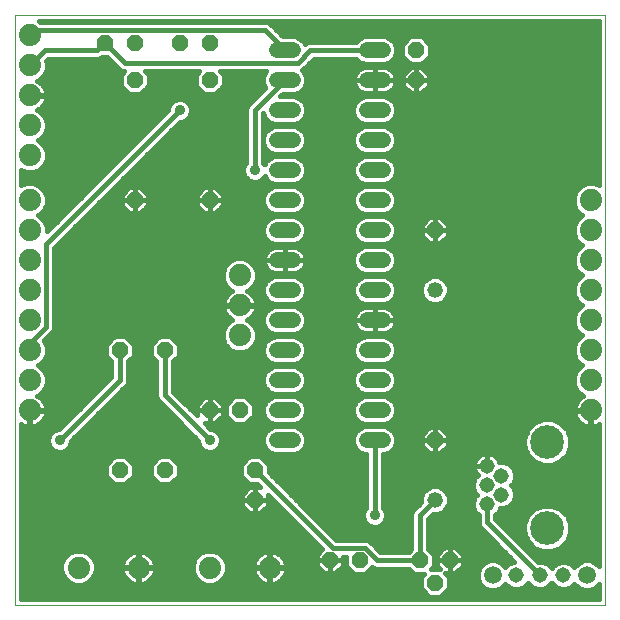
<source format=gbl>
G75*
%MOIN*%
%OFA0B0*%
%FSLAX25Y25*%
%IPPOS*%
%LPD*%
%AMOC8*
5,1,8,0,0,1.08239X$1,22.5*
%
%ADD10C,0.00000*%
%ADD11OC8,0.05200*%
%ADD12C,0.05200*%
%ADD13C,0.07400*%
%ADD14C,0.05150*%
%ADD15C,0.11220*%
%ADD16C,0.05937*%
%ADD17C,0.05200*%
%ADD18C,0.01600*%
%ADD19C,0.03562*%
D10*
X0006800Y0007548D02*
X0006800Y0204398D01*
X0203650Y0204398D01*
X0203650Y0007548D01*
X0006800Y0007548D01*
D11*
X0041800Y0052548D03*
X0056800Y0052548D03*
X0071800Y0072548D03*
X0081800Y0072548D03*
X0086800Y0052548D03*
X0086800Y0042548D03*
X0111800Y0022548D03*
X0121800Y0022548D03*
X0141800Y0022548D03*
X0146800Y0015048D03*
X0151800Y0022548D03*
X0146800Y0062548D03*
X0146800Y0132548D03*
X0140550Y0182548D03*
X0140550Y0192548D03*
X0071800Y0195048D03*
X0061800Y0195048D03*
X0071800Y0182548D03*
X0046800Y0182548D03*
X0046800Y0195048D03*
X0036800Y0195048D03*
X0046800Y0142548D03*
X0071800Y0142548D03*
X0056800Y0092548D03*
X0041800Y0092548D03*
D12*
X0094200Y0092548D02*
X0099400Y0092548D01*
X0099400Y0102548D02*
X0094200Y0102548D01*
X0094200Y0112548D02*
X0099400Y0112548D01*
X0099400Y0122548D02*
X0094200Y0122548D01*
X0094200Y0132548D02*
X0099400Y0132548D01*
X0099400Y0142548D02*
X0094200Y0142548D01*
X0094200Y0152548D02*
X0099400Y0152548D01*
X0099400Y0162548D02*
X0094200Y0162548D01*
X0094200Y0172548D02*
X0099400Y0172548D01*
X0099400Y0182548D02*
X0094200Y0182548D01*
X0094200Y0192548D02*
X0099400Y0192548D01*
X0124200Y0192548D02*
X0129400Y0192548D01*
X0129400Y0182548D02*
X0124200Y0182548D01*
X0124200Y0172548D02*
X0129400Y0172548D01*
X0129400Y0162548D02*
X0124200Y0162548D01*
X0124200Y0152548D02*
X0129400Y0152548D01*
X0129400Y0142548D02*
X0124200Y0142548D01*
X0124200Y0132548D02*
X0129400Y0132548D01*
X0129400Y0122548D02*
X0124200Y0122548D01*
X0124200Y0112548D02*
X0129400Y0112548D01*
X0129400Y0102548D02*
X0124200Y0102548D01*
X0124200Y0092548D02*
X0129400Y0092548D01*
X0129400Y0082548D02*
X0124200Y0082548D01*
X0124200Y0072548D02*
X0129400Y0072548D01*
X0129400Y0062548D02*
X0124200Y0062548D01*
X0099400Y0062548D02*
X0094200Y0062548D01*
X0094200Y0072548D02*
X0099400Y0072548D01*
X0099400Y0082548D02*
X0094200Y0082548D01*
D13*
X0081800Y0097548D03*
X0081800Y0107548D03*
X0081800Y0117548D03*
X0011800Y0112548D03*
X0011800Y0102548D03*
X0011800Y0092548D03*
X0011800Y0082548D03*
X0011800Y0072548D03*
X0011800Y0122548D03*
X0011800Y0132548D03*
X0011800Y0142548D03*
X0011800Y0157548D03*
X0011800Y0167548D03*
X0011800Y0177548D03*
X0011800Y0187548D03*
X0011800Y0197548D03*
X0028050Y0020048D03*
X0048050Y0020048D03*
X0071800Y0020048D03*
X0091800Y0020048D03*
X0198800Y0072548D03*
X0198800Y0082548D03*
X0198800Y0092548D03*
X0198800Y0102548D03*
X0198800Y0112548D03*
X0198800Y0122548D03*
X0198800Y0132548D03*
X0198800Y0142548D03*
D14*
X0164221Y0053847D03*
X0168946Y0050698D03*
X0164221Y0047548D03*
X0168946Y0044398D03*
X0164221Y0041249D03*
X0173926Y0017548D03*
X0181800Y0017548D03*
X0189674Y0017548D03*
D15*
X0184300Y0033178D03*
X0184300Y0061918D03*
D16*
X0197548Y0017548D03*
X0166052Y0017548D03*
D17*
X0146800Y0042548D03*
X0146800Y0112548D03*
D18*
X0148454Y0108254D02*
X0195033Y0108254D01*
X0195571Y0107716D02*
X0195976Y0107548D01*
X0195571Y0107380D01*
X0193968Y0105777D01*
X0193100Y0103682D01*
X0193100Y0101414D01*
X0193968Y0099319D01*
X0195571Y0097716D01*
X0195976Y0097548D01*
X0195571Y0097380D01*
X0193968Y0095777D01*
X0193100Y0093682D01*
X0193100Y0091414D01*
X0193968Y0089319D01*
X0195571Y0087716D01*
X0195976Y0087548D01*
X0195571Y0087380D01*
X0193968Y0085777D01*
X0193100Y0083682D01*
X0193100Y0081414D01*
X0193968Y0079319D01*
X0195571Y0077716D01*
X0196264Y0077429D01*
X0195917Y0077252D01*
X0195217Y0076743D01*
X0194605Y0076131D01*
X0194096Y0075431D01*
X0193703Y0074659D01*
X0193435Y0073836D01*
X0193300Y0072981D01*
X0193300Y0072748D01*
X0198600Y0072748D01*
X0198600Y0072348D01*
X0199000Y0072348D01*
X0199000Y0067048D01*
X0199233Y0067048D01*
X0200088Y0067183D01*
X0200911Y0067451D01*
X0201650Y0067828D01*
X0201650Y0020472D01*
X0200362Y0021760D01*
X0198536Y0022517D01*
X0196560Y0022517D01*
X0194734Y0021760D01*
X0193336Y0020362D01*
X0193334Y0020358D01*
X0192265Y0021426D01*
X0190584Y0022123D01*
X0188764Y0022123D01*
X0187083Y0021426D01*
X0185796Y0020139D01*
X0185737Y0019998D01*
X0185678Y0020139D01*
X0184391Y0021426D01*
X0182710Y0022123D01*
X0181185Y0022123D01*
X0167021Y0036287D01*
X0167021Y0037579D01*
X0168100Y0038657D01*
X0168583Y0039824D01*
X0169856Y0039824D01*
X0171537Y0040520D01*
X0172824Y0041807D01*
X0173520Y0043488D01*
X0173520Y0045308D01*
X0172824Y0046990D01*
X0172266Y0047548D01*
X0172824Y0048106D01*
X0173520Y0049788D01*
X0173520Y0051608D01*
X0172824Y0053289D01*
X0171537Y0054576D01*
X0169856Y0055272D01*
X0168358Y0055272D01*
X0168276Y0055527D01*
X0167963Y0056140D01*
X0167558Y0056697D01*
X0167071Y0057184D01*
X0166514Y0057589D01*
X0165901Y0057902D01*
X0165246Y0058114D01*
X0164566Y0058222D01*
X0164221Y0058222D01*
X0163877Y0058222D01*
X0163197Y0058114D01*
X0162542Y0057902D01*
X0161928Y0057589D01*
X0161371Y0057184D01*
X0160884Y0056697D01*
X0160480Y0056140D01*
X0160167Y0055527D01*
X0159954Y0054872D01*
X0159846Y0054192D01*
X0159846Y0053847D01*
X0159846Y0053503D01*
X0159954Y0052823D01*
X0160167Y0052168D01*
X0160480Y0051554D01*
X0160884Y0050997D01*
X0161043Y0050839D01*
X0160343Y0050139D01*
X0159646Y0048458D01*
X0159646Y0046638D01*
X0160343Y0044957D01*
X0160901Y0044398D01*
X0160343Y0043840D01*
X0159646Y0042159D01*
X0159646Y0040339D01*
X0160343Y0038657D01*
X0161421Y0037579D01*
X0161421Y0034570D01*
X0161848Y0033541D01*
X0173265Y0022123D01*
X0173016Y0022123D01*
X0171335Y0021426D01*
X0170266Y0020358D01*
X0170264Y0020362D01*
X0168866Y0021760D01*
X0167040Y0022517D01*
X0165064Y0022517D01*
X0163238Y0021760D01*
X0161840Y0020362D01*
X0161083Y0018536D01*
X0161083Y0016560D01*
X0161840Y0014734D01*
X0163238Y0013336D01*
X0165064Y0012580D01*
X0167040Y0012580D01*
X0168866Y0013336D01*
X0170264Y0014734D01*
X0170266Y0014738D01*
X0171335Y0013670D01*
X0173016Y0012973D01*
X0174836Y0012973D01*
X0176517Y0013670D01*
X0177804Y0014957D01*
X0177863Y0015098D01*
X0177922Y0014957D01*
X0179209Y0013670D01*
X0180890Y0012973D01*
X0182710Y0012973D01*
X0184391Y0013670D01*
X0185678Y0014957D01*
X0185737Y0015098D01*
X0185796Y0014957D01*
X0187083Y0013670D01*
X0188764Y0012973D01*
X0190584Y0012973D01*
X0192265Y0013670D01*
X0193334Y0014738D01*
X0193336Y0014734D01*
X0194734Y0013336D01*
X0196560Y0012580D01*
X0198536Y0012580D01*
X0200362Y0013336D01*
X0201650Y0014624D01*
X0201650Y0009548D01*
X0008800Y0009548D01*
X0008800Y0067929D01*
X0008917Y0067844D01*
X0009689Y0067451D01*
X0010512Y0067183D01*
X0011367Y0067048D01*
X0011600Y0067048D01*
X0011600Y0072348D01*
X0012000Y0072348D01*
X0012000Y0067048D01*
X0012233Y0067048D01*
X0013088Y0067183D01*
X0013911Y0067451D01*
X0014683Y0067844D01*
X0015383Y0068353D01*
X0015995Y0068965D01*
X0016504Y0069665D01*
X0016897Y0070437D01*
X0017165Y0071260D01*
X0017300Y0072115D01*
X0017300Y0072348D01*
X0012000Y0072348D01*
X0012000Y0072748D01*
X0017300Y0072748D01*
X0017300Y0072981D01*
X0017165Y0073836D01*
X0016897Y0074659D01*
X0016504Y0075431D01*
X0015995Y0076131D01*
X0015383Y0076743D01*
X0014683Y0077252D01*
X0014336Y0077429D01*
X0015029Y0077716D01*
X0016632Y0079319D01*
X0017500Y0081414D01*
X0017500Y0083682D01*
X0016632Y0085777D01*
X0015029Y0087380D01*
X0014624Y0087548D01*
X0015029Y0087716D01*
X0016632Y0089319D01*
X0017500Y0091414D01*
X0017500Y0093682D01*
X0016632Y0095777D01*
X0016558Y0095851D01*
X0018686Y0097979D01*
X0019474Y0098767D01*
X0019900Y0099796D01*
X0019900Y0126688D01*
X0061979Y0168767D01*
X0062552Y0168767D01*
X0063942Y0169343D01*
X0065005Y0170406D01*
X0065581Y0171796D01*
X0065581Y0173300D01*
X0065005Y0174690D01*
X0063942Y0175753D01*
X0062552Y0176329D01*
X0061048Y0176329D01*
X0059658Y0175753D01*
X0058595Y0174690D01*
X0058019Y0173300D01*
X0058019Y0172727D01*
X0017500Y0132208D01*
X0017500Y0133682D01*
X0016632Y0135777D01*
X0015029Y0137380D01*
X0014624Y0137548D01*
X0015029Y0137716D01*
X0016632Y0139319D01*
X0017500Y0141414D01*
X0017500Y0143682D01*
X0016632Y0145777D01*
X0015029Y0147380D01*
X0012934Y0148248D01*
X0010666Y0148248D01*
X0008800Y0147475D01*
X0008800Y0152621D01*
X0010666Y0151848D01*
X0012934Y0151848D01*
X0015029Y0152716D01*
X0016632Y0154319D01*
X0017500Y0156414D01*
X0017500Y0158682D01*
X0016632Y0160777D01*
X0015029Y0162380D01*
X0014624Y0162548D01*
X0015029Y0162716D01*
X0016632Y0164319D01*
X0017500Y0166414D01*
X0017500Y0168682D01*
X0016632Y0170777D01*
X0015029Y0172380D01*
X0014336Y0172667D01*
X0014683Y0172844D01*
X0015383Y0173353D01*
X0015995Y0173965D01*
X0016504Y0174665D01*
X0016897Y0175437D01*
X0017165Y0176260D01*
X0017300Y0177115D01*
X0017300Y0177348D01*
X0012000Y0177348D01*
X0012000Y0177748D01*
X0017300Y0177748D01*
X0017300Y0177981D01*
X0017165Y0178836D01*
X0016897Y0179659D01*
X0016504Y0180431D01*
X0015995Y0181131D01*
X0015383Y0181743D01*
X0014683Y0182252D01*
X0014336Y0182429D01*
X0015029Y0182716D01*
X0016632Y0184319D01*
X0017500Y0186414D01*
X0017500Y0188682D01*
X0017322Y0189111D01*
X0017960Y0189748D01*
X0034857Y0189748D01*
X0035886Y0190174D01*
X0036160Y0190448D01*
X0037440Y0190448D01*
X0041914Y0185974D01*
X0042943Y0185548D01*
X0043295Y0185548D01*
X0042200Y0184453D01*
X0042200Y0180643D01*
X0044895Y0177948D01*
X0048705Y0177948D01*
X0051400Y0180643D01*
X0051400Y0184453D01*
X0050305Y0185548D01*
X0068295Y0185548D01*
X0067200Y0184453D01*
X0067200Y0180643D01*
X0069895Y0177948D01*
X0073705Y0177948D01*
X0076400Y0180643D01*
X0076400Y0184453D01*
X0075305Y0185548D01*
X0090695Y0185548D01*
X0090300Y0185154D01*
X0089600Y0183463D01*
X0089600Y0181633D01*
X0090281Y0179989D01*
X0085214Y0174922D01*
X0084426Y0174134D01*
X0084000Y0173105D01*
X0084000Y0155095D01*
X0083595Y0154690D01*
X0083019Y0153300D01*
X0083019Y0151796D01*
X0083595Y0150406D01*
X0084658Y0149343D01*
X0086048Y0148767D01*
X0087552Y0148767D01*
X0088942Y0149343D01*
X0090005Y0150406D01*
X0090057Y0150530D01*
X0090300Y0149942D01*
X0091594Y0148648D01*
X0093285Y0147948D01*
X0100315Y0147948D01*
X0102006Y0148648D01*
X0103300Y0149942D01*
X0104000Y0151633D01*
X0104000Y0153463D01*
X0103300Y0155154D01*
X0102006Y0156448D01*
X0100315Y0157148D01*
X0093285Y0157148D01*
X0091594Y0156448D01*
X0090300Y0155154D01*
X0090057Y0154566D01*
X0090005Y0154690D01*
X0089600Y0155095D01*
X0089600Y0171388D01*
X0089672Y0171460D01*
X0090300Y0169942D01*
X0091594Y0168648D01*
X0093285Y0167948D01*
X0100315Y0167948D01*
X0102006Y0168648D01*
X0103300Y0169942D01*
X0104000Y0171633D01*
X0104000Y0173463D01*
X0103300Y0175154D01*
X0102006Y0176448D01*
X0100315Y0177148D01*
X0095360Y0177148D01*
X0096160Y0177948D01*
X0100315Y0177948D01*
X0102006Y0178648D01*
X0103300Y0179942D01*
X0104000Y0181633D01*
X0104000Y0183463D01*
X0103300Y0185154D01*
X0102551Y0185902D01*
X0102726Y0185974D01*
X0103513Y0186762D01*
X0106500Y0189748D01*
X0120495Y0189748D01*
X0121594Y0188648D01*
X0123285Y0187948D01*
X0130315Y0187948D01*
X0132006Y0188648D01*
X0133300Y0189942D01*
X0134000Y0191633D01*
X0134000Y0193463D01*
X0133300Y0195154D01*
X0132006Y0196448D01*
X0130315Y0197148D01*
X0123285Y0197148D01*
X0121594Y0196448D01*
X0120495Y0195348D01*
X0104783Y0195348D01*
X0103754Y0194922D01*
X0103501Y0194669D01*
X0103300Y0195154D01*
X0102006Y0196448D01*
X0100315Y0197148D01*
X0096160Y0197148D01*
X0092474Y0200834D01*
X0091686Y0201622D01*
X0090657Y0202048D01*
X0015361Y0202048D01*
X0015029Y0202380D01*
X0014985Y0202398D01*
X0201650Y0202398D01*
X0201650Y0147537D01*
X0199934Y0148248D01*
X0197666Y0148248D01*
X0195571Y0147380D01*
X0193968Y0145777D01*
X0193100Y0143682D01*
X0193100Y0141414D01*
X0193968Y0139319D01*
X0195571Y0137716D01*
X0195976Y0137548D01*
X0195571Y0137380D01*
X0193968Y0135777D01*
X0193100Y0133682D01*
X0193100Y0131414D01*
X0193968Y0129319D01*
X0195571Y0127716D01*
X0195976Y0127548D01*
X0195571Y0127380D01*
X0193968Y0125777D01*
X0193100Y0123682D01*
X0193100Y0121414D01*
X0193968Y0119319D01*
X0195571Y0117716D01*
X0195976Y0117548D01*
X0195571Y0117380D01*
X0193968Y0115777D01*
X0193100Y0113682D01*
X0193100Y0111414D01*
X0193968Y0109319D01*
X0195571Y0107716D01*
X0194847Y0106656D02*
X0130996Y0106656D01*
X0131089Y0106626D02*
X0130430Y0106840D01*
X0129746Y0106948D01*
X0126800Y0106948D01*
X0126800Y0102548D01*
X0126800Y0098148D01*
X0129746Y0098148D01*
X0130430Y0098256D01*
X0131089Y0098470D01*
X0131706Y0098785D01*
X0132266Y0099192D01*
X0132756Y0099682D01*
X0133163Y0100242D01*
X0133478Y0100859D01*
X0133692Y0101518D01*
X0133800Y0102202D01*
X0133800Y0102548D01*
X0126800Y0102548D01*
X0126800Y0102548D01*
X0126800Y0098148D01*
X0123854Y0098148D01*
X0123170Y0098256D01*
X0122511Y0098470D01*
X0121894Y0098785D01*
X0121334Y0099192D01*
X0120844Y0099682D01*
X0120437Y0100242D01*
X0120122Y0100859D01*
X0119908Y0101518D01*
X0119800Y0102202D01*
X0119800Y0102548D01*
X0126800Y0102548D01*
X0126800Y0102548D01*
X0126800Y0102548D01*
X0133800Y0102548D01*
X0133800Y0102894D01*
X0133692Y0103578D01*
X0133478Y0104237D01*
X0133163Y0104854D01*
X0132756Y0105414D01*
X0132266Y0105904D01*
X0131706Y0106311D01*
X0131089Y0106626D01*
X0130315Y0107948D02*
X0132006Y0108648D01*
X0133300Y0109942D01*
X0134000Y0111633D01*
X0134000Y0113463D01*
X0133300Y0115154D01*
X0132006Y0116448D01*
X0130315Y0117148D01*
X0123285Y0117148D01*
X0121594Y0116448D01*
X0120300Y0115154D01*
X0119600Y0113463D01*
X0119600Y0111633D01*
X0120300Y0109942D01*
X0121594Y0108648D01*
X0123285Y0107948D01*
X0130315Y0107948D01*
X0131054Y0108254D02*
X0145146Y0108254D01*
X0145885Y0107948D02*
X0144194Y0108648D01*
X0142900Y0109942D01*
X0142200Y0111633D01*
X0142200Y0113463D01*
X0142900Y0115154D01*
X0144194Y0116448D01*
X0145885Y0117148D01*
X0147715Y0117148D01*
X0149406Y0116448D01*
X0150700Y0115154D01*
X0151400Y0113463D01*
X0151400Y0111633D01*
X0150700Y0109942D01*
X0149406Y0108648D01*
X0147715Y0107948D01*
X0145885Y0107948D01*
X0142990Y0109853D02*
X0133210Y0109853D01*
X0133925Y0111451D02*
X0142275Y0111451D01*
X0142200Y0113050D02*
X0134000Y0113050D01*
X0133509Y0114648D02*
X0142691Y0114648D01*
X0143993Y0116247D02*
X0132207Y0116247D01*
X0132006Y0118648D02*
X0133300Y0119942D01*
X0134000Y0121633D01*
X0134000Y0123463D01*
X0133300Y0125154D01*
X0132006Y0126448D01*
X0130315Y0127148D01*
X0123285Y0127148D01*
X0121594Y0126448D01*
X0120300Y0125154D01*
X0119600Y0123463D01*
X0119600Y0121633D01*
X0120300Y0119942D01*
X0121594Y0118648D01*
X0123285Y0117948D01*
X0130315Y0117948D01*
X0132006Y0118648D01*
X0132801Y0119444D02*
X0193916Y0119444D01*
X0193254Y0121042D02*
X0133755Y0121042D01*
X0134000Y0122641D02*
X0193100Y0122641D01*
X0193331Y0124239D02*
X0133678Y0124239D01*
X0132616Y0125838D02*
X0194029Y0125838D01*
X0195707Y0127436D02*
X0020648Y0127436D01*
X0019900Y0125838D02*
X0091267Y0125838D01*
X0091334Y0125904D02*
X0090844Y0125414D01*
X0090437Y0124854D01*
X0090122Y0124237D01*
X0089908Y0123578D01*
X0089800Y0122894D01*
X0089800Y0122548D01*
X0089800Y0122202D01*
X0089908Y0121518D01*
X0090122Y0120859D01*
X0090437Y0120242D01*
X0090844Y0119682D01*
X0091334Y0119192D01*
X0091894Y0118785D01*
X0092511Y0118470D01*
X0093170Y0118256D01*
X0093854Y0118148D01*
X0096800Y0118148D01*
X0099746Y0118148D01*
X0100430Y0118256D01*
X0101089Y0118470D01*
X0101706Y0118785D01*
X0102266Y0119192D01*
X0102756Y0119682D01*
X0103163Y0120242D01*
X0103478Y0120859D01*
X0103692Y0121518D01*
X0103800Y0122202D01*
X0103800Y0122548D01*
X0096800Y0122548D01*
X0096800Y0118148D01*
X0096800Y0122548D01*
X0096800Y0122548D01*
X0096800Y0122548D01*
X0089800Y0122548D01*
X0096800Y0122548D01*
X0096800Y0122548D01*
X0103800Y0122548D01*
X0103800Y0122894D01*
X0103692Y0123578D01*
X0103478Y0124237D01*
X0103163Y0124854D01*
X0102756Y0125414D01*
X0102266Y0125904D01*
X0101706Y0126311D01*
X0101089Y0126626D01*
X0100430Y0126840D01*
X0099746Y0126948D01*
X0096800Y0126948D01*
X0096800Y0122548D01*
X0096800Y0122548D01*
X0096800Y0126948D01*
X0093854Y0126948D01*
X0093170Y0126840D01*
X0092511Y0126626D01*
X0091894Y0126311D01*
X0091334Y0125904D01*
X0090124Y0124239D02*
X0019900Y0124239D01*
X0019900Y0122641D02*
X0079200Y0122641D01*
X0078571Y0122380D02*
X0080666Y0123248D01*
X0082934Y0123248D01*
X0085029Y0122380D01*
X0086632Y0120777D01*
X0087500Y0118682D01*
X0087500Y0116414D01*
X0086632Y0114319D01*
X0085029Y0112716D01*
X0084336Y0112429D01*
X0084683Y0112252D01*
X0085383Y0111743D01*
X0085995Y0111131D01*
X0086504Y0110431D01*
X0086897Y0109659D01*
X0087165Y0108836D01*
X0087300Y0107981D01*
X0087300Y0107748D01*
X0082000Y0107748D01*
X0082000Y0107348D01*
X0087300Y0107348D01*
X0087300Y0107115D01*
X0087165Y0106260D01*
X0086897Y0105437D01*
X0086504Y0104665D01*
X0085995Y0103965D01*
X0085383Y0103353D01*
X0084683Y0102844D01*
X0084336Y0102667D01*
X0085029Y0102380D01*
X0086632Y0100777D01*
X0087500Y0098682D01*
X0087500Y0096414D01*
X0086632Y0094319D01*
X0085029Y0092716D01*
X0082934Y0091848D01*
X0080666Y0091848D01*
X0078571Y0092716D01*
X0076968Y0094319D01*
X0076100Y0096414D01*
X0076100Y0098682D01*
X0076968Y0100777D01*
X0078571Y0102380D01*
X0079264Y0102667D01*
X0078917Y0102844D01*
X0078217Y0103353D01*
X0077605Y0103965D01*
X0077096Y0104665D01*
X0076703Y0105437D01*
X0076435Y0106260D01*
X0076300Y0107115D01*
X0076300Y0107348D01*
X0081600Y0107348D01*
X0081600Y0107748D01*
X0076300Y0107748D01*
X0076300Y0107981D01*
X0076435Y0108836D01*
X0076703Y0109659D01*
X0077096Y0110431D01*
X0077605Y0111131D01*
X0078217Y0111743D01*
X0078917Y0112252D01*
X0079264Y0112429D01*
X0078571Y0112716D01*
X0076968Y0114319D01*
X0076100Y0116414D01*
X0076100Y0118682D01*
X0076968Y0120777D01*
X0078571Y0122380D01*
X0077233Y0121042D02*
X0019900Y0121042D01*
X0019900Y0119444D02*
X0076416Y0119444D01*
X0076100Y0117845D02*
X0019900Y0117845D01*
X0019900Y0116247D02*
X0076169Y0116247D01*
X0076831Y0114648D02*
X0019900Y0114648D01*
X0019900Y0113050D02*
X0078237Y0113050D01*
X0077925Y0111451D02*
X0019900Y0111451D01*
X0019900Y0109853D02*
X0076802Y0109853D01*
X0076343Y0108254D02*
X0019900Y0108254D01*
X0019900Y0106656D02*
X0076373Y0106656D01*
X0076896Y0105057D02*
X0019900Y0105057D01*
X0019900Y0103459D02*
X0078111Y0103459D01*
X0078051Y0101860D02*
X0019900Y0101860D01*
X0019900Y0100262D02*
X0076754Y0100262D01*
X0076100Y0098663D02*
X0019370Y0098663D01*
X0017772Y0097065D02*
X0039811Y0097065D01*
X0039895Y0097148D02*
X0037200Y0094453D01*
X0037200Y0090643D01*
X0039000Y0088843D01*
X0039000Y0083708D01*
X0021621Y0066329D01*
X0021048Y0066329D01*
X0019658Y0065753D01*
X0018595Y0064690D01*
X0018019Y0063300D01*
X0018019Y0061796D01*
X0018595Y0060406D01*
X0019658Y0059343D01*
X0021048Y0058767D01*
X0022552Y0058767D01*
X0023942Y0059343D01*
X0025005Y0060406D01*
X0025581Y0061796D01*
X0025581Y0062369D01*
X0043386Y0080174D01*
X0044174Y0080962D01*
X0044600Y0081991D01*
X0044600Y0088843D01*
X0046400Y0090643D01*
X0046400Y0094453D01*
X0043705Y0097148D01*
X0039895Y0097148D01*
X0038213Y0095466D02*
X0016761Y0095466D01*
X0017423Y0093868D02*
X0037200Y0093868D01*
X0037200Y0092269D02*
X0017500Y0092269D01*
X0017192Y0090671D02*
X0037200Y0090671D01*
X0038771Y0089072D02*
X0016385Y0089072D01*
X0014803Y0087474D02*
X0039000Y0087474D01*
X0039000Y0085875D02*
X0016534Y0085875D01*
X0017254Y0084277D02*
X0039000Y0084277D01*
X0037970Y0082678D02*
X0017500Y0082678D01*
X0017361Y0081080D02*
X0036372Y0081080D01*
X0034773Y0079481D02*
X0016699Y0079481D01*
X0015196Y0077883D02*
X0033175Y0077883D01*
X0031576Y0076284D02*
X0015842Y0076284D01*
X0016884Y0074686D02*
X0029978Y0074686D01*
X0028379Y0073087D02*
X0017283Y0073087D01*
X0017201Y0071488D02*
X0026781Y0071488D01*
X0025182Y0069890D02*
X0016618Y0069890D01*
X0015298Y0068291D02*
X0023584Y0068291D01*
X0021985Y0066693D02*
X0008800Y0066693D01*
X0008800Y0065094D02*
X0018999Y0065094D01*
X0018100Y0063496D02*
X0008800Y0063496D01*
X0008800Y0061897D02*
X0018019Y0061897D01*
X0018702Y0060299D02*
X0008800Y0060299D01*
X0008800Y0058700D02*
X0091542Y0058700D01*
X0091594Y0058648D02*
X0093285Y0057948D01*
X0100315Y0057948D01*
X0102006Y0058648D01*
X0103300Y0059942D01*
X0104000Y0061633D01*
X0104000Y0063463D01*
X0103300Y0065154D01*
X0102006Y0066448D01*
X0100315Y0067148D01*
X0093285Y0067148D01*
X0091594Y0066448D01*
X0090300Y0065154D01*
X0089600Y0063463D01*
X0089600Y0061633D01*
X0090300Y0059942D01*
X0091594Y0058648D01*
X0090153Y0060299D02*
X0074898Y0060299D01*
X0075005Y0060406D02*
X0075581Y0061796D01*
X0075581Y0063300D01*
X0075005Y0064690D01*
X0073942Y0065753D01*
X0072552Y0066329D01*
X0071979Y0066329D01*
X0070160Y0068148D01*
X0071800Y0068148D01*
X0073623Y0068148D01*
X0076200Y0070725D01*
X0076200Y0072548D01*
X0071800Y0072548D01*
X0071800Y0068148D01*
X0071800Y0072548D01*
X0071800Y0072548D01*
X0071800Y0072548D01*
X0067400Y0072548D01*
X0067400Y0070908D01*
X0059600Y0078708D01*
X0059600Y0088843D01*
X0061400Y0090643D01*
X0061400Y0094453D01*
X0058705Y0097148D01*
X0054895Y0097148D01*
X0052200Y0094453D01*
X0052200Y0090643D01*
X0054000Y0088843D01*
X0054000Y0076991D01*
X0054426Y0075962D01*
X0055214Y0075174D01*
X0068019Y0062369D01*
X0068019Y0061796D01*
X0068595Y0060406D01*
X0069658Y0059343D01*
X0071048Y0058767D01*
X0072552Y0058767D01*
X0073942Y0059343D01*
X0075005Y0060406D01*
X0075581Y0061897D02*
X0089600Y0061897D01*
X0089614Y0063496D02*
X0075500Y0063496D01*
X0074601Y0065094D02*
X0090276Y0065094D01*
X0092186Y0066693D02*
X0071615Y0066693D01*
X0071800Y0068291D02*
X0071800Y0068291D01*
X0071800Y0069890D02*
X0071800Y0069890D01*
X0071800Y0071488D02*
X0071800Y0071488D01*
X0071800Y0072548D02*
X0071800Y0072548D01*
X0076200Y0072548D01*
X0076200Y0074371D01*
X0073623Y0076948D01*
X0071800Y0076948D01*
X0071800Y0072548D01*
X0067400Y0072548D01*
X0067400Y0074371D01*
X0069977Y0076948D01*
X0071800Y0076948D01*
X0071800Y0072548D01*
X0071800Y0072548D01*
X0071800Y0073087D02*
X0071800Y0073087D01*
X0071800Y0074686D02*
X0071800Y0074686D01*
X0071800Y0076284D02*
X0071800Y0076284D01*
X0074287Y0076284D02*
X0079031Y0076284D01*
X0079895Y0077148D02*
X0077200Y0074453D01*
X0077200Y0070643D01*
X0079895Y0067948D01*
X0083705Y0067948D01*
X0086400Y0070643D01*
X0086400Y0074453D01*
X0083705Y0077148D01*
X0079895Y0077148D01*
X0077432Y0074686D02*
X0075885Y0074686D01*
X0076200Y0073087D02*
X0077200Y0073087D01*
X0077200Y0071488D02*
X0076200Y0071488D01*
X0075364Y0069890D02*
X0077953Y0069890D01*
X0079551Y0068291D02*
X0073766Y0068291D01*
X0071800Y0062548D02*
X0056800Y0077548D01*
X0056800Y0092548D01*
X0061400Y0092269D02*
X0079650Y0092269D01*
X0077419Y0093868D02*
X0061400Y0093868D01*
X0060387Y0095466D02*
X0076493Y0095466D01*
X0076100Y0097065D02*
X0058789Y0097065D01*
X0054811Y0097065D02*
X0043789Y0097065D01*
X0045387Y0095466D02*
X0053213Y0095466D01*
X0052200Y0093868D02*
X0046400Y0093868D01*
X0046400Y0092269D02*
X0052200Y0092269D01*
X0052200Y0090671D02*
X0046400Y0090671D01*
X0044829Y0089072D02*
X0053771Y0089072D01*
X0054000Y0087474D02*
X0044600Y0087474D01*
X0044600Y0085875D02*
X0054000Y0085875D01*
X0054000Y0084277D02*
X0044600Y0084277D01*
X0044600Y0082678D02*
X0054000Y0082678D01*
X0054000Y0081080D02*
X0044222Y0081080D01*
X0042693Y0079481D02*
X0054000Y0079481D01*
X0054000Y0077883D02*
X0041094Y0077883D01*
X0039496Y0076284D02*
X0054293Y0076284D01*
X0055703Y0074686D02*
X0037897Y0074686D01*
X0036299Y0073087D02*
X0057301Y0073087D01*
X0058900Y0071488D02*
X0034700Y0071488D01*
X0033102Y0069890D02*
X0060498Y0069890D01*
X0062097Y0068291D02*
X0031503Y0068291D01*
X0029905Y0066693D02*
X0063695Y0066693D01*
X0065294Y0065094D02*
X0028306Y0065094D01*
X0026708Y0063496D02*
X0066892Y0063496D01*
X0068019Y0061897D02*
X0025581Y0061897D01*
X0024898Y0060299D02*
X0068702Y0060299D01*
X0061400Y0054453D02*
X0061400Y0050643D01*
X0058705Y0047948D01*
X0054895Y0047948D01*
X0052200Y0050643D01*
X0052200Y0054453D01*
X0054895Y0057148D01*
X0058705Y0057148D01*
X0061400Y0054453D01*
X0061400Y0053905D02*
X0082200Y0053905D01*
X0082200Y0054453D02*
X0082200Y0050643D01*
X0084895Y0047948D01*
X0087440Y0047948D01*
X0088440Y0046948D01*
X0086800Y0046948D01*
X0086800Y0042548D01*
X0086800Y0038148D01*
X0088623Y0038148D01*
X0091200Y0040725D01*
X0091200Y0042548D01*
X0086800Y0042548D01*
X0086800Y0042548D01*
X0086800Y0042548D01*
X0086800Y0038148D01*
X0084977Y0038148D01*
X0082400Y0040725D01*
X0082400Y0042548D01*
X0086800Y0042548D01*
X0086800Y0042548D01*
X0091200Y0042548D01*
X0091200Y0044188D01*
X0109209Y0026179D01*
X0107400Y0024371D01*
X0107400Y0022548D01*
X0107400Y0020725D01*
X0109977Y0018148D01*
X0111800Y0018148D01*
X0113623Y0018148D01*
X0116200Y0020725D01*
X0116200Y0022548D01*
X0111800Y0022548D01*
X0111800Y0018148D01*
X0111800Y0022548D01*
X0111800Y0022548D01*
X0111800Y0022548D01*
X0107400Y0022548D01*
X0111800Y0022548D01*
X0111800Y0022548D01*
X0116200Y0022548D01*
X0116200Y0023748D01*
X0117200Y0023748D01*
X0117200Y0020643D01*
X0119895Y0017948D01*
X0123705Y0017948D01*
X0125914Y0020156D01*
X0126900Y0019748D01*
X0138095Y0019748D01*
X0139895Y0017948D01*
X0143195Y0017948D01*
X0142200Y0016953D01*
X0142200Y0013143D01*
X0144895Y0010448D01*
X0148705Y0010448D01*
X0151400Y0013143D01*
X0151400Y0016953D01*
X0150205Y0018148D01*
X0151800Y0018148D01*
X0153623Y0018148D01*
X0156200Y0020725D01*
X0156200Y0022548D01*
X0151800Y0022548D01*
X0151800Y0018148D01*
X0151800Y0022548D01*
X0151800Y0022548D01*
X0151800Y0022548D01*
X0147400Y0022548D01*
X0147400Y0020725D01*
X0148477Y0019648D01*
X0145405Y0019648D01*
X0146400Y0020643D01*
X0146400Y0024453D01*
X0144600Y0026253D01*
X0144600Y0036388D01*
X0146160Y0037948D01*
X0147715Y0037948D01*
X0149406Y0038648D01*
X0150700Y0039942D01*
X0151400Y0041633D01*
X0151400Y0043463D01*
X0150700Y0045154D01*
X0149406Y0046448D01*
X0147715Y0047148D01*
X0145885Y0047148D01*
X0144194Y0046448D01*
X0142900Y0045154D01*
X0142200Y0043463D01*
X0142200Y0041908D01*
X0139426Y0039134D01*
X0139000Y0038105D01*
X0139000Y0026253D01*
X0138095Y0025348D01*
X0128617Y0025348D01*
X0125831Y0028134D01*
X0125043Y0028922D01*
X0124014Y0029348D01*
X0113960Y0029348D01*
X0091400Y0051908D01*
X0091400Y0054453D01*
X0088705Y0057148D01*
X0084895Y0057148D01*
X0082200Y0054453D01*
X0083250Y0055503D02*
X0060350Y0055503D01*
X0058752Y0057102D02*
X0084848Y0057102D01*
X0088752Y0057102D02*
X0124000Y0057102D01*
X0124000Y0057948D02*
X0124000Y0040095D01*
X0123595Y0039690D01*
X0123019Y0038300D01*
X0123019Y0036796D01*
X0123595Y0035406D01*
X0124658Y0034343D01*
X0126048Y0033767D01*
X0127552Y0033767D01*
X0128942Y0034343D01*
X0130005Y0035406D01*
X0130581Y0036796D01*
X0130581Y0038300D01*
X0130005Y0039690D01*
X0129600Y0040095D01*
X0129600Y0057948D01*
X0130315Y0057948D01*
X0132006Y0058648D01*
X0133300Y0059942D01*
X0134000Y0061633D01*
X0134000Y0063463D01*
X0133300Y0065154D01*
X0132006Y0066448D01*
X0130315Y0067148D01*
X0123285Y0067148D01*
X0121594Y0066448D01*
X0120300Y0065154D01*
X0119600Y0063463D01*
X0119600Y0061633D01*
X0120300Y0059942D01*
X0121594Y0058648D01*
X0123285Y0057948D01*
X0124000Y0057948D01*
X0124000Y0055503D02*
X0090350Y0055503D01*
X0091400Y0053905D02*
X0124000Y0053905D01*
X0124000Y0052306D02*
X0091400Y0052306D01*
X0092600Y0050708D02*
X0124000Y0050708D01*
X0124000Y0049109D02*
X0094198Y0049109D01*
X0095797Y0047511D02*
X0124000Y0047511D01*
X0124000Y0045912D02*
X0097396Y0045912D01*
X0098994Y0044314D02*
X0124000Y0044314D01*
X0124000Y0042715D02*
X0100593Y0042715D01*
X0102191Y0041117D02*
X0124000Y0041117D01*
X0123523Y0039518D02*
X0103790Y0039518D01*
X0105388Y0037920D02*
X0123019Y0037920D01*
X0123216Y0036321D02*
X0106987Y0036321D01*
X0108585Y0034723D02*
X0124278Y0034723D01*
X0126800Y0037548D02*
X0126800Y0062548D01*
X0129600Y0057102D02*
X0161289Y0057102D01*
X0160159Y0055503D02*
X0129600Y0055503D01*
X0129600Y0053905D02*
X0159846Y0053905D01*
X0159846Y0053847D02*
X0164221Y0053847D01*
X0159846Y0053847D01*
X0160122Y0052306D02*
X0129600Y0052306D01*
X0129600Y0050708D02*
X0160911Y0050708D01*
X0159916Y0049109D02*
X0129600Y0049109D01*
X0129600Y0047511D02*
X0159646Y0047511D01*
X0159947Y0045912D02*
X0149941Y0045912D01*
X0151048Y0044314D02*
X0160816Y0044314D01*
X0159877Y0042715D02*
X0151400Y0042715D01*
X0151186Y0041117D02*
X0159646Y0041117D01*
X0159986Y0039518D02*
X0150276Y0039518D01*
X0146132Y0037920D02*
X0161081Y0037920D01*
X0161421Y0036321D02*
X0144600Y0036321D01*
X0144600Y0034723D02*
X0161421Y0034723D01*
X0162264Y0033124D02*
X0144600Y0033124D01*
X0144600Y0031526D02*
X0163863Y0031526D01*
X0165461Y0029927D02*
X0144600Y0029927D01*
X0144600Y0028329D02*
X0167060Y0028329D01*
X0168658Y0026730D02*
X0153840Y0026730D01*
X0153623Y0026948D02*
X0156200Y0024371D01*
X0156200Y0022548D01*
X0151800Y0022548D01*
X0151800Y0022548D01*
X0147400Y0022548D01*
X0147400Y0024371D01*
X0149977Y0026948D01*
X0151800Y0026948D01*
X0151800Y0022548D01*
X0151800Y0022548D01*
X0151800Y0026948D01*
X0153623Y0026948D01*
X0151800Y0026730D02*
X0151800Y0026730D01*
X0151800Y0025132D02*
X0151800Y0025132D01*
X0151800Y0023533D02*
X0151800Y0023533D01*
X0151800Y0021935D02*
X0151800Y0021935D01*
X0151800Y0020336D02*
X0151800Y0020336D01*
X0151800Y0018738D02*
X0151800Y0018738D01*
X0151214Y0017139D02*
X0161083Y0017139D01*
X0161167Y0018738D02*
X0154212Y0018738D01*
X0155811Y0020336D02*
X0161829Y0020336D01*
X0163659Y0021935D02*
X0156200Y0021935D01*
X0156200Y0023533D02*
X0171855Y0023533D01*
X0172562Y0021935D02*
X0168445Y0021935D01*
X0170257Y0025132D02*
X0155439Y0025132D01*
X0149760Y0026730D02*
X0144600Y0026730D01*
X0145722Y0025132D02*
X0148161Y0025132D01*
X0147400Y0023533D02*
X0146400Y0023533D01*
X0146400Y0021935D02*
X0147400Y0021935D01*
X0147789Y0020336D02*
X0146093Y0020336D01*
X0141800Y0022548D02*
X0127457Y0022548D01*
X0123457Y0026548D01*
X0112800Y0026548D01*
X0086800Y0052548D01*
X0082200Y0052306D02*
X0061400Y0052306D01*
X0061400Y0050708D02*
X0082200Y0050708D01*
X0083733Y0049109D02*
X0059867Y0049109D01*
X0053733Y0049109D02*
X0044867Y0049109D01*
X0043705Y0047948D02*
X0046400Y0050643D01*
X0046400Y0054453D01*
X0043705Y0057148D01*
X0039895Y0057148D01*
X0037200Y0054453D01*
X0037200Y0050643D01*
X0039895Y0047948D01*
X0043705Y0047948D01*
X0046400Y0050708D02*
X0052200Y0050708D01*
X0052200Y0052306D02*
X0046400Y0052306D01*
X0046400Y0053905D02*
X0052200Y0053905D01*
X0053250Y0055503D02*
X0045350Y0055503D01*
X0043752Y0057102D02*
X0054848Y0057102D01*
X0039848Y0057102D02*
X0008800Y0057102D01*
X0008800Y0055503D02*
X0038250Y0055503D01*
X0037200Y0053905D02*
X0008800Y0053905D01*
X0008800Y0052306D02*
X0037200Y0052306D01*
X0037200Y0050708D02*
X0008800Y0050708D01*
X0008800Y0049109D02*
X0038733Y0049109D01*
X0021800Y0062548D02*
X0041800Y0082548D01*
X0041800Y0092548D01*
X0059600Y0087474D02*
X0195797Y0087474D01*
X0194215Y0089072D02*
X0132429Y0089072D01*
X0132006Y0088648D02*
X0133300Y0089942D01*
X0134000Y0091633D01*
X0134000Y0093463D01*
X0133300Y0095154D01*
X0132006Y0096448D01*
X0130315Y0097148D01*
X0123285Y0097148D01*
X0121594Y0096448D01*
X0120300Y0095154D01*
X0119600Y0093463D01*
X0119600Y0091633D01*
X0120300Y0089942D01*
X0121594Y0088648D01*
X0123285Y0087948D01*
X0130315Y0087948D01*
X0132006Y0088648D01*
X0132006Y0086448D02*
X0130315Y0087148D01*
X0123285Y0087148D01*
X0121594Y0086448D01*
X0120300Y0085154D01*
X0119600Y0083463D01*
X0119600Y0081633D01*
X0120300Y0079942D01*
X0121594Y0078648D01*
X0123285Y0077948D01*
X0130315Y0077948D01*
X0132006Y0078648D01*
X0133300Y0079942D01*
X0134000Y0081633D01*
X0134000Y0083463D01*
X0133300Y0085154D01*
X0132006Y0086448D01*
X0132578Y0085875D02*
X0194066Y0085875D01*
X0193346Y0084277D02*
X0133663Y0084277D01*
X0134000Y0082678D02*
X0193100Y0082678D01*
X0193239Y0081080D02*
X0133771Y0081080D01*
X0132838Y0079481D02*
X0193901Y0079481D01*
X0195404Y0077883D02*
X0060425Y0077883D01*
X0059600Y0079481D02*
X0090762Y0079481D01*
X0090300Y0079942D02*
X0091594Y0078648D01*
X0093285Y0077948D01*
X0100315Y0077948D01*
X0102006Y0078648D01*
X0103300Y0079942D01*
X0104000Y0081633D01*
X0104000Y0083463D01*
X0103300Y0085154D01*
X0102006Y0086448D01*
X0100315Y0087148D01*
X0093285Y0087148D01*
X0091594Y0086448D01*
X0090300Y0085154D01*
X0089600Y0083463D01*
X0089600Y0081633D01*
X0090300Y0079942D01*
X0089829Y0081080D02*
X0059600Y0081080D01*
X0059600Y0082678D02*
X0089600Y0082678D01*
X0089937Y0084277D02*
X0059600Y0084277D01*
X0059600Y0085875D02*
X0091022Y0085875D01*
X0091594Y0088648D02*
X0093285Y0087948D01*
X0100315Y0087948D01*
X0102006Y0088648D01*
X0103300Y0089942D01*
X0104000Y0091633D01*
X0104000Y0093463D01*
X0103300Y0095154D01*
X0102006Y0096448D01*
X0100315Y0097148D01*
X0093285Y0097148D01*
X0091594Y0096448D01*
X0090300Y0095154D01*
X0089600Y0093463D01*
X0089600Y0091633D01*
X0090300Y0089942D01*
X0091594Y0088648D01*
X0091171Y0089072D02*
X0059829Y0089072D01*
X0061400Y0090671D02*
X0089999Y0090671D01*
X0089600Y0092269D02*
X0083950Y0092269D01*
X0086181Y0093868D02*
X0089768Y0093868D01*
X0090613Y0095466D02*
X0087107Y0095466D01*
X0087500Y0097065D02*
X0093084Y0097065D01*
X0093285Y0097948D02*
X0100315Y0097948D01*
X0102006Y0098648D01*
X0103300Y0099942D01*
X0104000Y0101633D01*
X0104000Y0103463D01*
X0103300Y0105154D01*
X0102006Y0106448D01*
X0100315Y0107148D01*
X0093285Y0107148D01*
X0091594Y0106448D01*
X0090300Y0105154D01*
X0089600Y0103463D01*
X0089600Y0101633D01*
X0090300Y0099942D01*
X0091594Y0098648D01*
X0093285Y0097948D01*
X0091579Y0098663D02*
X0087500Y0098663D01*
X0086846Y0100262D02*
X0090168Y0100262D01*
X0089600Y0101860D02*
X0085549Y0101860D01*
X0085489Y0103459D02*
X0089600Y0103459D01*
X0090260Y0105057D02*
X0086704Y0105057D01*
X0087227Y0106656D02*
X0092097Y0106656D01*
X0092546Y0108254D02*
X0087257Y0108254D01*
X0086798Y0109853D02*
X0090390Y0109853D01*
X0090300Y0109942D02*
X0091594Y0108648D01*
X0093285Y0107948D01*
X0100315Y0107948D01*
X0102006Y0108648D01*
X0103300Y0109942D01*
X0104000Y0111633D01*
X0104000Y0113463D01*
X0103300Y0115154D01*
X0102006Y0116448D01*
X0100315Y0117148D01*
X0093285Y0117148D01*
X0091594Y0116448D01*
X0090300Y0115154D01*
X0089600Y0113463D01*
X0089600Y0111633D01*
X0090300Y0109942D01*
X0089675Y0111451D02*
X0085675Y0111451D01*
X0085363Y0113050D02*
X0089600Y0113050D01*
X0090091Y0114648D02*
X0086769Y0114648D01*
X0087431Y0116247D02*
X0091393Y0116247D01*
X0091082Y0119444D02*
X0087184Y0119444D01*
X0087500Y0117845D02*
X0195442Y0117845D01*
X0194438Y0116247D02*
X0149607Y0116247D01*
X0150909Y0114648D02*
X0193500Y0114648D01*
X0193100Y0113050D02*
X0151400Y0113050D01*
X0151325Y0111451D02*
X0193100Y0111451D01*
X0193747Y0109853D02*
X0150610Y0109853D01*
X0133711Y0103459D02*
X0193100Y0103459D01*
X0193100Y0101860D02*
X0133746Y0101860D01*
X0133173Y0100262D02*
X0193577Y0100262D01*
X0194624Y0098663D02*
X0131467Y0098663D01*
X0130516Y0097065D02*
X0195256Y0097065D01*
X0193839Y0095466D02*
X0132987Y0095466D01*
X0133832Y0093868D02*
X0193177Y0093868D01*
X0193100Y0092269D02*
X0134000Y0092269D01*
X0133601Y0090671D02*
X0193408Y0090671D01*
X0193670Y0105057D02*
X0133016Y0105057D01*
X0126800Y0105057D02*
X0126800Y0105057D01*
X0126800Y0103459D02*
X0126800Y0103459D01*
X0126800Y0102548D02*
X0126800Y0106948D01*
X0123854Y0106948D01*
X0123170Y0106840D01*
X0122511Y0106626D01*
X0121894Y0106311D01*
X0121334Y0105904D01*
X0120844Y0105414D01*
X0120437Y0104854D01*
X0120122Y0104237D01*
X0119908Y0103578D01*
X0119800Y0102894D01*
X0119800Y0102548D01*
X0126800Y0102548D01*
X0126800Y0102548D01*
X0126800Y0101860D02*
X0126800Y0101860D01*
X0126800Y0100262D02*
X0126800Y0100262D01*
X0126800Y0098663D02*
X0126800Y0098663D01*
X0123084Y0097065D02*
X0100516Y0097065D01*
X0102021Y0098663D02*
X0122133Y0098663D01*
X0120427Y0100262D02*
X0103432Y0100262D01*
X0104000Y0101860D02*
X0119854Y0101860D01*
X0119889Y0103459D02*
X0104000Y0103459D01*
X0103340Y0105057D02*
X0120584Y0105057D01*
X0122604Y0106656D02*
X0101503Y0106656D01*
X0101054Y0108254D02*
X0122546Y0108254D01*
X0120390Y0109853D02*
X0103210Y0109853D01*
X0103925Y0111451D02*
X0119675Y0111451D01*
X0119600Y0113050D02*
X0104000Y0113050D01*
X0103509Y0114648D02*
X0120091Y0114648D01*
X0121393Y0116247D02*
X0102207Y0116247D01*
X0102518Y0119444D02*
X0120799Y0119444D01*
X0119845Y0121042D02*
X0103537Y0121042D01*
X0103800Y0122641D02*
X0119600Y0122641D01*
X0119922Y0124239D02*
X0103476Y0124239D01*
X0102333Y0125838D02*
X0120984Y0125838D01*
X0121594Y0128648D02*
X0123285Y0127948D01*
X0130315Y0127948D01*
X0132006Y0128648D01*
X0133300Y0129942D01*
X0134000Y0131633D01*
X0134000Y0133463D01*
X0133300Y0135154D01*
X0132006Y0136448D01*
X0130315Y0137148D01*
X0123285Y0137148D01*
X0121594Y0136448D01*
X0120300Y0135154D01*
X0119600Y0133463D01*
X0119600Y0131633D01*
X0120300Y0129942D01*
X0121594Y0128648D01*
X0121208Y0129035D02*
X0102392Y0129035D01*
X0102006Y0128648D02*
X0103300Y0129942D01*
X0104000Y0131633D01*
X0104000Y0133463D01*
X0103300Y0135154D01*
X0102006Y0136448D01*
X0100315Y0137148D01*
X0093285Y0137148D01*
X0091594Y0136448D01*
X0090300Y0135154D01*
X0089600Y0133463D01*
X0089600Y0131633D01*
X0090300Y0129942D01*
X0091594Y0128648D01*
X0093285Y0127948D01*
X0100315Y0127948D01*
X0102006Y0128648D01*
X0103586Y0130633D02*
X0120014Y0130633D01*
X0119600Y0132232D02*
X0104000Y0132232D01*
X0103848Y0133830D02*
X0119752Y0133830D01*
X0120576Y0135429D02*
X0103024Y0135429D01*
X0100606Y0137027D02*
X0122994Y0137027D01*
X0123285Y0137948D02*
X0130315Y0137948D01*
X0132006Y0138648D01*
X0133300Y0139942D01*
X0134000Y0141633D01*
X0134000Y0143463D01*
X0133300Y0145154D01*
X0132006Y0146448D01*
X0130315Y0147148D01*
X0123285Y0147148D01*
X0121594Y0146448D01*
X0120300Y0145154D01*
X0119600Y0143463D01*
X0119600Y0141633D01*
X0120300Y0139942D01*
X0121594Y0138648D01*
X0123285Y0137948D01*
X0121648Y0138626D02*
X0101952Y0138626D01*
X0102006Y0138648D02*
X0103300Y0139942D01*
X0104000Y0141633D01*
X0104000Y0143463D01*
X0103300Y0145154D01*
X0102006Y0146448D01*
X0100315Y0147148D01*
X0093285Y0147148D01*
X0091594Y0146448D01*
X0090300Y0145154D01*
X0089600Y0143463D01*
X0089600Y0141633D01*
X0090300Y0139942D01*
X0091594Y0138648D01*
X0093285Y0137948D01*
X0100315Y0137948D01*
X0102006Y0138648D01*
X0103417Y0140224D02*
X0120183Y0140224D01*
X0119600Y0141823D02*
X0104000Y0141823D01*
X0104000Y0143421D02*
X0119600Y0143421D01*
X0120245Y0145020D02*
X0103355Y0145020D01*
X0101593Y0146619D02*
X0122007Y0146619D01*
X0122636Y0148217D02*
X0100964Y0148217D01*
X0103173Y0149816D02*
X0120427Y0149816D01*
X0120300Y0149942D02*
X0121594Y0148648D01*
X0123285Y0147948D01*
X0130315Y0147948D01*
X0132006Y0148648D01*
X0133300Y0149942D01*
X0134000Y0151633D01*
X0134000Y0153463D01*
X0133300Y0155154D01*
X0132006Y0156448D01*
X0130315Y0157148D01*
X0123285Y0157148D01*
X0121594Y0156448D01*
X0120300Y0155154D01*
X0119600Y0153463D01*
X0119600Y0151633D01*
X0120300Y0149942D01*
X0119691Y0151414D02*
X0103909Y0151414D01*
X0104000Y0153013D02*
X0119600Y0153013D01*
X0120076Y0154611D02*
X0103524Y0154611D01*
X0102244Y0156210D02*
X0121356Y0156210D01*
X0121594Y0158648D02*
X0123285Y0157948D01*
X0130315Y0157948D01*
X0132006Y0158648D01*
X0133300Y0159942D01*
X0134000Y0161633D01*
X0134000Y0163463D01*
X0133300Y0165154D01*
X0132006Y0166448D01*
X0130315Y0167148D01*
X0123285Y0167148D01*
X0121594Y0166448D01*
X0120300Y0165154D01*
X0119600Y0163463D01*
X0119600Y0161633D01*
X0120300Y0159942D01*
X0121594Y0158648D01*
X0120836Y0159407D02*
X0102764Y0159407D01*
X0103300Y0159942D02*
X0104000Y0161633D01*
X0104000Y0163463D01*
X0103300Y0165154D01*
X0102006Y0166448D01*
X0100315Y0167148D01*
X0093285Y0167148D01*
X0091594Y0166448D01*
X0090300Y0165154D01*
X0089600Y0163463D01*
X0089600Y0161633D01*
X0090300Y0159942D01*
X0091594Y0158648D01*
X0093285Y0157948D01*
X0100315Y0157948D01*
X0102006Y0158648D01*
X0103300Y0159942D01*
X0103740Y0161005D02*
X0119860Y0161005D01*
X0119600Y0162604D02*
X0104000Y0162604D01*
X0103694Y0164202D02*
X0119906Y0164202D01*
X0120947Y0165801D02*
X0102653Y0165801D01*
X0102355Y0168998D02*
X0121245Y0168998D01*
X0121594Y0168648D02*
X0123285Y0167948D01*
X0130315Y0167948D01*
X0132006Y0168648D01*
X0133300Y0169942D01*
X0134000Y0171633D01*
X0134000Y0173463D01*
X0133300Y0175154D01*
X0132006Y0176448D01*
X0130315Y0177148D01*
X0123285Y0177148D01*
X0121594Y0176448D01*
X0120300Y0175154D01*
X0119600Y0173463D01*
X0119600Y0171633D01*
X0120300Y0169942D01*
X0121594Y0168648D01*
X0120029Y0170596D02*
X0103571Y0170596D01*
X0104000Y0172195D02*
X0119600Y0172195D01*
X0119737Y0173793D02*
X0103863Y0173793D01*
X0103062Y0175392D02*
X0120538Y0175392D01*
X0122904Y0176990D02*
X0100696Y0176990D01*
X0101862Y0178589D02*
X0122279Y0178589D01*
X0122511Y0178470D02*
X0123170Y0178256D01*
X0123854Y0178148D01*
X0126800Y0178148D01*
X0129746Y0178148D01*
X0130430Y0178256D01*
X0131089Y0178470D01*
X0131706Y0178785D01*
X0132266Y0179192D01*
X0132756Y0179682D01*
X0133163Y0180242D01*
X0133478Y0180859D01*
X0133692Y0181518D01*
X0133800Y0182202D01*
X0133800Y0182548D01*
X0126800Y0182548D01*
X0126800Y0178148D01*
X0126800Y0182548D01*
X0126800Y0182548D01*
X0126800Y0182548D01*
X0119800Y0182548D01*
X0119800Y0182202D01*
X0119908Y0181518D01*
X0120122Y0180859D01*
X0120437Y0180242D01*
X0120844Y0179682D01*
X0121334Y0179192D01*
X0121894Y0178785D01*
X0122511Y0178470D01*
X0120477Y0180187D02*
X0103401Y0180187D01*
X0104000Y0181786D02*
X0119866Y0181786D01*
X0119800Y0182548D02*
X0126800Y0182548D01*
X0126800Y0182548D01*
X0133800Y0182548D01*
X0133800Y0182894D01*
X0133692Y0183578D01*
X0133478Y0184237D01*
X0133163Y0184854D01*
X0132756Y0185414D01*
X0132266Y0185904D01*
X0131706Y0186311D01*
X0131089Y0186626D01*
X0130430Y0186840D01*
X0129746Y0186948D01*
X0126800Y0186948D01*
X0126800Y0182548D01*
X0126800Y0182548D01*
X0126800Y0186948D01*
X0123854Y0186948D01*
X0123170Y0186840D01*
X0122511Y0186626D01*
X0121894Y0186311D01*
X0121334Y0185904D01*
X0120844Y0185414D01*
X0120437Y0184854D01*
X0120122Y0184237D01*
X0119908Y0183578D01*
X0119800Y0182894D01*
X0119800Y0182548D01*
X0119878Y0183384D02*
X0104000Y0183384D01*
X0103370Y0184983D02*
X0120530Y0184983D01*
X0122424Y0186581D02*
X0103333Y0186581D01*
X0104931Y0188180D02*
X0122725Y0188180D01*
X0126800Y0186581D02*
X0126800Y0186581D01*
X0126800Y0184983D02*
X0126800Y0184983D01*
X0126800Y0183384D02*
X0126800Y0183384D01*
X0126800Y0181786D02*
X0126800Y0181786D01*
X0126800Y0180187D02*
X0126800Y0180187D01*
X0126800Y0178589D02*
X0126800Y0178589D01*
X0130696Y0176990D02*
X0201650Y0176990D01*
X0201650Y0175392D02*
X0133062Y0175392D01*
X0133863Y0173793D02*
X0201650Y0173793D01*
X0201650Y0172195D02*
X0134000Y0172195D01*
X0133571Y0170596D02*
X0201650Y0170596D01*
X0201650Y0168998D02*
X0132355Y0168998D01*
X0132653Y0165801D02*
X0201650Y0165801D01*
X0201650Y0167399D02*
X0089600Y0167399D01*
X0089600Y0165801D02*
X0090947Y0165801D01*
X0089906Y0164202D02*
X0089600Y0164202D01*
X0089600Y0162604D02*
X0089600Y0162604D01*
X0089600Y0161005D02*
X0089860Y0161005D01*
X0089600Y0159407D02*
X0090836Y0159407D01*
X0089600Y0157808D02*
X0201650Y0157808D01*
X0201650Y0156210D02*
X0132244Y0156210D01*
X0133524Y0154611D02*
X0201650Y0154611D01*
X0201650Y0153013D02*
X0134000Y0153013D01*
X0133909Y0151414D02*
X0201650Y0151414D01*
X0201650Y0149816D02*
X0133173Y0149816D01*
X0130964Y0148217D02*
X0197591Y0148217D01*
X0200009Y0148217D02*
X0201650Y0148217D01*
X0194809Y0146619D02*
X0131593Y0146619D01*
X0133355Y0145020D02*
X0193654Y0145020D01*
X0193100Y0143421D02*
X0134000Y0143421D01*
X0134000Y0141823D02*
X0193100Y0141823D01*
X0193593Y0140224D02*
X0133417Y0140224D01*
X0131952Y0138626D02*
X0194661Y0138626D01*
X0195218Y0137027D02*
X0130606Y0137027D01*
X0133024Y0135429D02*
X0143458Y0135429D01*
X0142400Y0134371D02*
X0142400Y0132548D01*
X0142400Y0130725D01*
X0144977Y0128148D01*
X0146800Y0128148D01*
X0148623Y0128148D01*
X0151200Y0130725D01*
X0151200Y0132548D01*
X0146800Y0132548D01*
X0146800Y0128148D01*
X0146800Y0132548D01*
X0146800Y0132548D01*
X0146800Y0132548D01*
X0142400Y0132548D01*
X0146800Y0132548D01*
X0146800Y0132548D01*
X0151200Y0132548D01*
X0151200Y0134371D01*
X0148623Y0136948D01*
X0146800Y0136948D01*
X0146800Y0132548D01*
X0146800Y0132548D01*
X0146800Y0136948D01*
X0144977Y0136948D01*
X0142400Y0134371D01*
X0142400Y0133830D02*
X0133848Y0133830D01*
X0134000Y0132232D02*
X0142400Y0132232D01*
X0142492Y0130633D02*
X0133586Y0130633D01*
X0132392Y0129035D02*
X0144091Y0129035D01*
X0146800Y0129035D02*
X0146800Y0129035D01*
X0146800Y0130633D02*
X0146800Y0130633D01*
X0146800Y0132232D02*
X0146800Y0132232D01*
X0146800Y0133830D02*
X0146800Y0133830D01*
X0146800Y0135429D02*
X0146800Y0135429D01*
X0150142Y0135429D02*
X0193824Y0135429D01*
X0193162Y0133830D02*
X0151200Y0133830D01*
X0151200Y0132232D02*
X0193100Y0132232D01*
X0193423Y0130633D02*
X0151108Y0130633D01*
X0149509Y0129035D02*
X0194252Y0129035D01*
X0201650Y0159407D02*
X0132764Y0159407D01*
X0133740Y0161005D02*
X0201650Y0161005D01*
X0201650Y0162604D02*
X0134000Y0162604D01*
X0133694Y0164202D02*
X0201650Y0164202D01*
X0201650Y0178589D02*
X0142813Y0178589D01*
X0142373Y0178148D02*
X0144950Y0180725D01*
X0144950Y0182548D01*
X0140550Y0182548D01*
X0140550Y0178148D01*
X0142373Y0178148D01*
X0140550Y0178148D02*
X0140550Y0182548D01*
X0140550Y0182548D01*
X0140550Y0182548D01*
X0136150Y0182548D01*
X0136150Y0180725D01*
X0138727Y0178148D01*
X0140550Y0178148D01*
X0140550Y0178589D02*
X0140550Y0178589D01*
X0140550Y0180187D02*
X0140550Y0180187D01*
X0140550Y0181786D02*
X0140550Y0181786D01*
X0140550Y0182548D02*
X0140550Y0182548D01*
X0144950Y0182548D01*
X0144950Y0184371D01*
X0142373Y0186948D01*
X0140550Y0186948D01*
X0140550Y0182548D01*
X0136150Y0182548D01*
X0136150Y0184371D01*
X0138727Y0186948D01*
X0140550Y0186948D01*
X0140550Y0182548D01*
X0140550Y0182548D01*
X0140550Y0183384D02*
X0140550Y0183384D01*
X0140550Y0184983D02*
X0140550Y0184983D01*
X0140550Y0186581D02*
X0140550Y0186581D01*
X0142739Y0186581D02*
X0201650Y0186581D01*
X0201650Y0184983D02*
X0144338Y0184983D01*
X0144950Y0183384D02*
X0201650Y0183384D01*
X0201650Y0181786D02*
X0144950Y0181786D01*
X0144412Y0180187D02*
X0201650Y0180187D01*
X0201650Y0188180D02*
X0142687Y0188180D01*
X0142455Y0187948D02*
X0145150Y0190643D01*
X0145150Y0194453D01*
X0142455Y0197148D01*
X0138645Y0197148D01*
X0135950Y0194453D01*
X0135950Y0190643D01*
X0138645Y0187948D01*
X0142455Y0187948D01*
X0144286Y0189778D02*
X0201650Y0189778D01*
X0201650Y0191377D02*
X0145150Y0191377D01*
X0145150Y0192975D02*
X0201650Y0192975D01*
X0201650Y0194574D02*
X0145030Y0194574D01*
X0143431Y0196172D02*
X0201650Y0196172D01*
X0201650Y0197771D02*
X0095537Y0197771D01*
X0093938Y0199369D02*
X0201650Y0199369D01*
X0201650Y0200968D02*
X0092340Y0200968D01*
X0090100Y0199248D02*
X0013500Y0199248D01*
X0011800Y0197548D01*
X0016800Y0192548D02*
X0034300Y0192548D01*
X0036800Y0195048D01*
X0043500Y0188348D01*
X0101140Y0188348D01*
X0105340Y0192548D01*
X0126800Y0192548D01*
X0130875Y0188180D02*
X0138413Y0188180D01*
X0138361Y0186581D02*
X0131176Y0186581D01*
X0133070Y0184983D02*
X0136762Y0184983D01*
X0136150Y0183384D02*
X0133722Y0183384D01*
X0133734Y0181786D02*
X0136150Y0181786D01*
X0136688Y0180187D02*
X0133123Y0180187D01*
X0131321Y0178589D02*
X0138287Y0178589D01*
X0136814Y0189778D02*
X0133136Y0189778D01*
X0133894Y0191377D02*
X0135950Y0191377D01*
X0135950Y0192975D02*
X0134000Y0192975D01*
X0133540Y0194574D02*
X0136070Y0194574D01*
X0137669Y0196172D02*
X0132281Y0196172D01*
X0121319Y0196172D02*
X0102281Y0196172D01*
X0096800Y0192548D02*
X0090100Y0199248D01*
X0090230Y0184983D02*
X0075871Y0184983D01*
X0076400Y0183384D02*
X0089600Y0183384D01*
X0089600Y0181786D02*
X0076400Y0181786D01*
X0075945Y0180187D02*
X0090199Y0180187D01*
X0088881Y0178589D02*
X0074346Y0178589D01*
X0069254Y0178589D02*
X0049346Y0178589D01*
X0050945Y0180187D02*
X0067655Y0180187D01*
X0067200Y0181786D02*
X0051400Y0181786D01*
X0051400Y0183384D02*
X0067200Y0183384D01*
X0067729Y0184983D02*
X0050871Y0184983D01*
X0042729Y0184983D02*
X0016907Y0184983D01*
X0017500Y0186581D02*
X0041307Y0186581D01*
X0039708Y0188180D02*
X0017500Y0188180D01*
X0016800Y0192548D02*
X0011800Y0187548D01*
X0015697Y0183384D02*
X0042200Y0183384D01*
X0042200Y0181786D02*
X0015324Y0181786D01*
X0016628Y0180187D02*
X0042655Y0180187D01*
X0044254Y0178589D02*
X0017204Y0178589D01*
X0017280Y0176990D02*
X0087282Y0176990D01*
X0085684Y0175392D02*
X0064304Y0175392D01*
X0065377Y0173793D02*
X0084285Y0173793D01*
X0085214Y0174922D02*
X0085214Y0174922D01*
X0086800Y0172548D02*
X0086800Y0152548D01*
X0089415Y0149816D02*
X0090427Y0149816D01*
X0092636Y0148217D02*
X0041429Y0148217D01*
X0043027Y0149816D02*
X0084185Y0149816D01*
X0083177Y0151414D02*
X0044626Y0151414D01*
X0046224Y0153013D02*
X0083019Y0153013D01*
X0083562Y0154611D02*
X0047823Y0154611D01*
X0049421Y0156210D02*
X0084000Y0156210D01*
X0084000Y0157808D02*
X0051020Y0157808D01*
X0052618Y0159407D02*
X0084000Y0159407D01*
X0084000Y0161005D02*
X0054217Y0161005D01*
X0055815Y0162604D02*
X0084000Y0162604D01*
X0084000Y0164202D02*
X0057414Y0164202D01*
X0059012Y0165801D02*
X0084000Y0165801D01*
X0084000Y0167399D02*
X0060611Y0167399D01*
X0063109Y0168998D02*
X0084000Y0168998D01*
X0084000Y0170596D02*
X0065084Y0170596D01*
X0065581Y0172195D02*
X0084000Y0172195D01*
X0086800Y0172548D02*
X0096800Y0182548D01*
X0090029Y0170596D02*
X0089600Y0170596D01*
X0089600Y0168998D02*
X0091245Y0168998D01*
X0091356Y0156210D02*
X0089600Y0156210D01*
X0090038Y0154611D02*
X0090076Y0154611D01*
X0092007Y0146619D02*
X0073952Y0146619D01*
X0073623Y0146948D02*
X0071800Y0146948D01*
X0071800Y0142548D01*
X0071800Y0138148D01*
X0073623Y0138148D01*
X0076200Y0140725D01*
X0076200Y0142548D01*
X0071800Y0142548D01*
X0071800Y0142548D01*
X0071800Y0142548D01*
X0071800Y0138148D01*
X0069977Y0138148D01*
X0067400Y0140725D01*
X0067400Y0142548D01*
X0071800Y0142548D01*
X0071800Y0142548D01*
X0076200Y0142548D01*
X0076200Y0144371D01*
X0073623Y0146948D01*
X0071800Y0146948D02*
X0069977Y0146948D01*
X0067400Y0144371D01*
X0067400Y0142548D01*
X0071800Y0142548D01*
X0071800Y0142548D01*
X0071800Y0146948D01*
X0071800Y0146619D02*
X0071800Y0146619D01*
X0071800Y0145020D02*
X0071800Y0145020D01*
X0071800Y0143421D02*
X0071800Y0143421D01*
X0071800Y0141823D02*
X0071800Y0141823D01*
X0071800Y0140224D02*
X0071800Y0140224D01*
X0071800Y0138626D02*
X0071800Y0138626D01*
X0074100Y0138626D02*
X0091648Y0138626D01*
X0092994Y0137027D02*
X0030239Y0137027D01*
X0028641Y0135429D02*
X0090576Y0135429D01*
X0089752Y0133830D02*
X0027042Y0133830D01*
X0025444Y0132232D02*
X0089600Y0132232D01*
X0090014Y0130633D02*
X0023845Y0130633D01*
X0022247Y0129035D02*
X0091208Y0129035D01*
X0096800Y0125838D02*
X0096800Y0125838D01*
X0096800Y0124239D02*
X0096800Y0124239D01*
X0096800Y0122641D02*
X0096800Y0122641D01*
X0096800Y0121042D02*
X0096800Y0121042D01*
X0096800Y0119444D02*
X0096800Y0119444D01*
X0090063Y0121042D02*
X0086367Y0121042D01*
X0084400Y0122641D02*
X0089800Y0122641D01*
X0090183Y0140224D02*
X0075699Y0140224D01*
X0076200Y0141823D02*
X0089600Y0141823D01*
X0089600Y0143421D02*
X0076200Y0143421D01*
X0075551Y0145020D02*
X0090245Y0145020D01*
X0069648Y0146619D02*
X0048952Y0146619D01*
X0048623Y0146948D02*
X0046800Y0146948D01*
X0046800Y0142548D01*
X0046800Y0138148D01*
X0048623Y0138148D01*
X0051200Y0140725D01*
X0051200Y0142548D01*
X0046800Y0142548D01*
X0046800Y0142548D01*
X0046800Y0142548D01*
X0046800Y0138148D01*
X0044977Y0138148D01*
X0042400Y0140725D01*
X0042400Y0142548D01*
X0046800Y0142548D01*
X0046800Y0142548D01*
X0051200Y0142548D01*
X0051200Y0144371D01*
X0048623Y0146948D01*
X0046800Y0146948D02*
X0044977Y0146948D01*
X0042400Y0144371D01*
X0042400Y0142548D01*
X0046800Y0142548D01*
X0046800Y0142548D01*
X0046800Y0146948D01*
X0046800Y0146619D02*
X0046800Y0146619D01*
X0046800Y0145020D02*
X0046800Y0145020D01*
X0046800Y0143421D02*
X0046800Y0143421D01*
X0046800Y0141823D02*
X0046800Y0141823D01*
X0046800Y0140224D02*
X0046800Y0140224D01*
X0046800Y0138626D02*
X0046800Y0138626D01*
X0049100Y0138626D02*
X0069500Y0138626D01*
X0067901Y0140224D02*
X0050699Y0140224D01*
X0051200Y0141823D02*
X0067400Y0141823D01*
X0067400Y0143421D02*
X0051200Y0143421D01*
X0050551Y0145020D02*
X0068049Y0145020D01*
X0049494Y0164202D02*
X0016515Y0164202D01*
X0017246Y0165801D02*
X0051093Y0165801D01*
X0052691Y0167399D02*
X0017500Y0167399D01*
X0017369Y0168998D02*
X0054290Y0168998D01*
X0055888Y0170596D02*
X0016707Y0170596D01*
X0015214Y0172195D02*
X0057487Y0172195D01*
X0058223Y0173793D02*
X0015823Y0173793D01*
X0016874Y0175392D02*
X0059296Y0175392D01*
X0061800Y0172548D02*
X0017100Y0127848D01*
X0017100Y0100353D01*
X0011800Y0095053D01*
X0011800Y0092548D01*
X0011800Y0095053D01*
X0011600Y0071488D02*
X0012000Y0071488D01*
X0012000Y0069890D02*
X0011600Y0069890D01*
X0011600Y0068291D02*
X0012000Y0068291D01*
X0008800Y0047511D02*
X0087877Y0047511D01*
X0086800Y0046948D02*
X0084977Y0046948D01*
X0082400Y0044371D01*
X0082400Y0042548D01*
X0086800Y0042548D01*
X0086800Y0042548D01*
X0086800Y0046948D01*
X0086800Y0045912D02*
X0086800Y0045912D01*
X0086800Y0044314D02*
X0086800Y0044314D01*
X0086800Y0042715D02*
X0086800Y0042715D01*
X0086800Y0041117D02*
X0086800Y0041117D01*
X0086800Y0039518D02*
X0086800Y0039518D01*
X0083607Y0039518D02*
X0008800Y0039518D01*
X0008800Y0037920D02*
X0097468Y0037920D01*
X0095870Y0039518D02*
X0089993Y0039518D01*
X0091200Y0041117D02*
X0094271Y0041117D01*
X0092673Y0042715D02*
X0091200Y0042715D01*
X0083942Y0045912D02*
X0008800Y0045912D01*
X0008800Y0044314D02*
X0082400Y0044314D01*
X0082400Y0042715D02*
X0008800Y0042715D01*
X0008800Y0041117D02*
X0082400Y0041117D01*
X0089689Y0025145D02*
X0088917Y0024752D01*
X0088217Y0024243D01*
X0087605Y0023631D01*
X0087096Y0022931D01*
X0086703Y0022159D01*
X0086435Y0021336D01*
X0086300Y0020481D01*
X0086300Y0020248D01*
X0091600Y0020248D01*
X0091600Y0019848D01*
X0092000Y0019848D01*
X0092000Y0014548D01*
X0092233Y0014548D01*
X0093088Y0014683D01*
X0093911Y0014951D01*
X0094683Y0015344D01*
X0095383Y0015853D01*
X0095995Y0016465D01*
X0096504Y0017165D01*
X0096897Y0017937D01*
X0097165Y0018760D01*
X0097300Y0019615D01*
X0097300Y0019848D01*
X0092000Y0019848D01*
X0092000Y0020248D01*
X0097300Y0020248D01*
X0097300Y0020481D01*
X0097165Y0021336D01*
X0096897Y0022159D01*
X0096504Y0022931D01*
X0095995Y0023631D01*
X0095383Y0024243D01*
X0094683Y0024752D01*
X0093911Y0025145D01*
X0093088Y0025413D01*
X0092233Y0025548D01*
X0092000Y0025548D01*
X0092000Y0020248D01*
X0091600Y0020248D01*
X0091600Y0025548D01*
X0091367Y0025548D01*
X0090512Y0025413D01*
X0089689Y0025145D01*
X0089662Y0025132D02*
X0074422Y0025132D01*
X0075029Y0024880D02*
X0072934Y0025748D01*
X0070666Y0025748D01*
X0068571Y0024880D01*
X0066968Y0023277D01*
X0066100Y0021182D01*
X0066100Y0018914D01*
X0066968Y0016819D01*
X0068571Y0015216D01*
X0070666Y0014348D01*
X0072934Y0014348D01*
X0075029Y0015216D01*
X0076632Y0016819D01*
X0077500Y0018914D01*
X0077500Y0021182D01*
X0076632Y0023277D01*
X0075029Y0024880D01*
X0076376Y0023533D02*
X0087534Y0023533D01*
X0086630Y0021935D02*
X0077188Y0021935D01*
X0077500Y0020336D02*
X0086300Y0020336D01*
X0086300Y0019848D02*
X0086300Y0019615D01*
X0086435Y0018760D01*
X0086703Y0017937D01*
X0087096Y0017165D01*
X0087605Y0016465D01*
X0088217Y0015853D01*
X0088917Y0015344D01*
X0089689Y0014951D01*
X0090512Y0014683D01*
X0091367Y0014548D01*
X0091600Y0014548D01*
X0091600Y0019848D01*
X0086300Y0019848D01*
X0086443Y0018738D02*
X0077427Y0018738D01*
X0076765Y0017139D02*
X0087115Y0017139D01*
X0088647Y0015541D02*
X0075354Y0015541D01*
X0068246Y0015541D02*
X0051203Y0015541D01*
X0050933Y0015344D02*
X0051633Y0015853D01*
X0052245Y0016465D01*
X0052754Y0017165D01*
X0053147Y0017937D01*
X0053415Y0018760D01*
X0053550Y0019615D01*
X0053550Y0019848D01*
X0048250Y0019848D01*
X0048250Y0014548D01*
X0048483Y0014548D01*
X0049338Y0014683D01*
X0050161Y0014951D01*
X0050933Y0015344D01*
X0052735Y0017139D02*
X0066835Y0017139D01*
X0066173Y0018738D02*
X0053407Y0018738D01*
X0053550Y0020248D02*
X0053550Y0020481D01*
X0053415Y0021336D01*
X0053147Y0022159D01*
X0052754Y0022931D01*
X0052245Y0023631D01*
X0051633Y0024243D01*
X0050933Y0024752D01*
X0050161Y0025145D01*
X0049338Y0025413D01*
X0048483Y0025548D01*
X0048250Y0025548D01*
X0048250Y0020248D01*
X0053550Y0020248D01*
X0053550Y0020336D02*
X0066100Y0020336D01*
X0066412Y0021935D02*
X0053220Y0021935D01*
X0052316Y0023533D02*
X0067224Y0023533D01*
X0069178Y0025132D02*
X0050188Y0025132D01*
X0048250Y0025132D02*
X0047850Y0025132D01*
X0047850Y0025548D02*
X0047617Y0025548D01*
X0046762Y0025413D01*
X0045939Y0025145D01*
X0045167Y0024752D01*
X0044467Y0024243D01*
X0043855Y0023631D01*
X0043346Y0022931D01*
X0042953Y0022159D01*
X0042685Y0021336D01*
X0042550Y0020481D01*
X0042550Y0020248D01*
X0047850Y0020248D01*
X0047850Y0019848D01*
X0048250Y0019848D01*
X0048250Y0020248D01*
X0047850Y0020248D01*
X0047850Y0025548D01*
X0045912Y0025132D02*
X0030672Y0025132D01*
X0031279Y0024880D02*
X0029184Y0025748D01*
X0026916Y0025748D01*
X0024821Y0024880D01*
X0023218Y0023277D01*
X0022350Y0021182D01*
X0022350Y0018914D01*
X0023218Y0016819D01*
X0024821Y0015216D01*
X0026916Y0014348D01*
X0029184Y0014348D01*
X0031279Y0015216D01*
X0032882Y0016819D01*
X0033750Y0018914D01*
X0033750Y0021182D01*
X0032882Y0023277D01*
X0031279Y0024880D01*
X0032626Y0023533D02*
X0043784Y0023533D01*
X0042880Y0021935D02*
X0033438Y0021935D01*
X0033750Y0020336D02*
X0042550Y0020336D01*
X0042550Y0019848D02*
X0042550Y0019615D01*
X0042685Y0018760D01*
X0042953Y0017937D01*
X0043346Y0017165D01*
X0043855Y0016465D01*
X0044467Y0015853D01*
X0045167Y0015344D01*
X0045939Y0014951D01*
X0046762Y0014683D01*
X0047617Y0014548D01*
X0047850Y0014548D01*
X0047850Y0019848D01*
X0042550Y0019848D01*
X0042693Y0018738D02*
X0033677Y0018738D01*
X0033015Y0017139D02*
X0043365Y0017139D01*
X0044897Y0015541D02*
X0031604Y0015541D01*
X0024496Y0015541D02*
X0008800Y0015541D01*
X0008800Y0017139D02*
X0023085Y0017139D01*
X0022423Y0018738D02*
X0008800Y0018738D01*
X0008800Y0020336D02*
X0022350Y0020336D01*
X0022662Y0021935D02*
X0008800Y0021935D01*
X0008800Y0023533D02*
X0023474Y0023533D01*
X0025428Y0025132D02*
X0008800Y0025132D01*
X0008800Y0026730D02*
X0108658Y0026730D01*
X0108161Y0025132D02*
X0093938Y0025132D01*
X0092000Y0025132D02*
X0091600Y0025132D01*
X0091600Y0023533D02*
X0092000Y0023533D01*
X0092000Y0021935D02*
X0091600Y0021935D01*
X0091600Y0020336D02*
X0092000Y0020336D01*
X0092000Y0018738D02*
X0091600Y0018738D01*
X0091600Y0017139D02*
X0092000Y0017139D01*
X0092000Y0015541D02*
X0091600Y0015541D01*
X0094953Y0015541D02*
X0142200Y0015541D01*
X0142200Y0013942D02*
X0008800Y0013942D01*
X0008800Y0012344D02*
X0142999Y0012344D01*
X0144598Y0010745D02*
X0008800Y0010745D01*
X0008800Y0028329D02*
X0107060Y0028329D01*
X0105461Y0029927D02*
X0008800Y0029927D01*
X0008800Y0031526D02*
X0103863Y0031526D01*
X0102264Y0033124D02*
X0008800Y0033124D01*
X0008800Y0034723D02*
X0100666Y0034723D01*
X0099067Y0036321D02*
X0008800Y0036321D01*
X0047850Y0023533D02*
X0048250Y0023533D01*
X0048250Y0021935D02*
X0047850Y0021935D01*
X0047850Y0020336D02*
X0048250Y0020336D01*
X0048250Y0018738D02*
X0047850Y0018738D01*
X0047850Y0017139D02*
X0048250Y0017139D01*
X0048250Y0015541D02*
X0047850Y0015541D01*
X0096066Y0023533D02*
X0107400Y0023533D01*
X0107400Y0021935D02*
X0096970Y0021935D01*
X0097300Y0020336D02*
X0107789Y0020336D01*
X0109388Y0018738D02*
X0097157Y0018738D01*
X0096485Y0017139D02*
X0142386Y0017139D01*
X0139105Y0018738D02*
X0124495Y0018738D01*
X0119105Y0018738D02*
X0114212Y0018738D01*
X0115811Y0020336D02*
X0117507Y0020336D01*
X0117200Y0021935D02*
X0116200Y0021935D01*
X0116200Y0023533D02*
X0117200Y0023533D01*
X0111800Y0021935D02*
X0111800Y0021935D01*
X0111800Y0020336D02*
X0111800Y0020336D01*
X0111800Y0018738D02*
X0111800Y0018738D01*
X0113381Y0029927D02*
X0139000Y0029927D01*
X0139000Y0028329D02*
X0125636Y0028329D01*
X0127235Y0026730D02*
X0139000Y0026730D01*
X0141800Y0022548D02*
X0141800Y0037548D01*
X0146800Y0042548D01*
X0143659Y0045912D02*
X0129600Y0045912D01*
X0129600Y0044314D02*
X0142552Y0044314D01*
X0142200Y0042715D02*
X0129600Y0042715D01*
X0129600Y0041117D02*
X0141409Y0041117D01*
X0139810Y0039518D02*
X0130077Y0039518D01*
X0130581Y0037920D02*
X0139000Y0037920D01*
X0139000Y0036321D02*
X0130384Y0036321D01*
X0129322Y0034723D02*
X0139000Y0034723D01*
X0139000Y0033124D02*
X0110184Y0033124D01*
X0111782Y0031526D02*
X0139000Y0031526D01*
X0151400Y0015541D02*
X0161506Y0015541D01*
X0162631Y0013942D02*
X0151400Y0013942D01*
X0150601Y0012344D02*
X0201650Y0012344D01*
X0201650Y0013942D02*
X0200969Y0013942D01*
X0201650Y0010745D02*
X0149002Y0010745D01*
X0169473Y0013942D02*
X0171062Y0013942D01*
X0176790Y0013942D02*
X0178936Y0013942D01*
X0181800Y0017548D02*
X0164221Y0035127D01*
X0164221Y0041249D01*
X0168456Y0039518D02*
X0179878Y0039518D01*
X0179989Y0039630D02*
X0177848Y0037489D01*
X0176690Y0034692D01*
X0176690Y0031664D01*
X0177848Y0028867D01*
X0179989Y0026726D01*
X0182786Y0025568D01*
X0185814Y0025568D01*
X0188611Y0026726D01*
X0190752Y0028867D01*
X0191910Y0031664D01*
X0191910Y0034692D01*
X0190752Y0037489D01*
X0188611Y0039630D01*
X0185814Y0040788D01*
X0182786Y0040788D01*
X0179989Y0039630D01*
X0178279Y0037920D02*
X0167362Y0037920D01*
X0167021Y0036321D02*
X0177365Y0036321D01*
X0176703Y0034723D02*
X0168585Y0034723D01*
X0170184Y0033124D02*
X0176690Y0033124D01*
X0176747Y0031526D02*
X0171782Y0031526D01*
X0173381Y0029927D02*
X0177409Y0029927D01*
X0178387Y0028329D02*
X0174979Y0028329D01*
X0176578Y0026730D02*
X0179985Y0026730D01*
X0178176Y0025132D02*
X0201650Y0025132D01*
X0201650Y0026730D02*
X0188615Y0026730D01*
X0190213Y0028329D02*
X0201650Y0028329D01*
X0201650Y0029927D02*
X0191191Y0029927D01*
X0191853Y0031526D02*
X0201650Y0031526D01*
X0201650Y0033124D02*
X0191910Y0033124D01*
X0191897Y0034723D02*
X0201650Y0034723D01*
X0201650Y0036321D02*
X0191235Y0036321D01*
X0190321Y0037920D02*
X0201650Y0037920D01*
X0201650Y0039518D02*
X0188722Y0039518D01*
X0201650Y0041117D02*
X0172134Y0041117D01*
X0173200Y0042715D02*
X0201650Y0042715D01*
X0201650Y0044314D02*
X0173520Y0044314D01*
X0173270Y0045912D02*
X0201650Y0045912D01*
X0201650Y0047511D02*
X0172303Y0047511D01*
X0173239Y0049109D02*
X0201650Y0049109D01*
X0201650Y0050708D02*
X0173520Y0050708D01*
X0173231Y0052306D02*
X0201650Y0052306D01*
X0201650Y0053905D02*
X0172208Y0053905D01*
X0168283Y0055503D02*
X0179952Y0055503D01*
X0179989Y0055466D02*
X0182786Y0054308D01*
X0185814Y0054308D01*
X0188611Y0055466D01*
X0190752Y0057607D01*
X0191910Y0060404D01*
X0191910Y0063432D01*
X0190752Y0066229D01*
X0188611Y0068370D01*
X0185814Y0069528D01*
X0182786Y0069528D01*
X0179989Y0068370D01*
X0177848Y0066229D01*
X0176690Y0063432D01*
X0176690Y0060404D01*
X0177848Y0057607D01*
X0179989Y0055466D01*
X0178354Y0057102D02*
X0167154Y0057102D01*
X0164221Y0057102D02*
X0164221Y0057102D01*
X0164221Y0058222D02*
X0164221Y0053847D01*
X0164221Y0053847D01*
X0164221Y0053847D01*
X0164221Y0058222D01*
X0164221Y0055503D02*
X0164221Y0055503D01*
X0164221Y0053905D02*
X0164221Y0053905D01*
X0176733Y0060299D02*
X0150773Y0060299D01*
X0151200Y0060725D02*
X0148623Y0058148D01*
X0146800Y0058148D01*
X0146800Y0062548D01*
X0146800Y0062548D01*
X0146800Y0062548D01*
X0151200Y0062548D01*
X0151200Y0060725D01*
X0151200Y0061897D02*
X0176690Y0061897D01*
X0176716Y0063496D02*
X0151200Y0063496D01*
X0151200Y0064371D02*
X0148623Y0066948D01*
X0146800Y0066948D01*
X0146800Y0062548D01*
X0146800Y0058148D01*
X0144977Y0058148D01*
X0142400Y0060725D01*
X0142400Y0062548D01*
X0146800Y0062548D01*
X0146800Y0062548D01*
X0151200Y0062548D01*
X0151200Y0064371D01*
X0150476Y0065094D02*
X0177378Y0065094D01*
X0178312Y0066693D02*
X0148878Y0066693D01*
X0146800Y0066693D02*
X0146800Y0066693D01*
X0146800Y0066948D02*
X0144977Y0066948D01*
X0142400Y0064371D01*
X0142400Y0062548D01*
X0146800Y0062548D01*
X0146800Y0062548D01*
X0146800Y0066948D01*
X0146800Y0065094D02*
X0146800Y0065094D01*
X0146800Y0063496D02*
X0146800Y0063496D01*
X0146800Y0061897D02*
X0146800Y0061897D01*
X0146800Y0060299D02*
X0146800Y0060299D01*
X0146800Y0058700D02*
X0146800Y0058700D01*
X0149175Y0058700D02*
X0177396Y0058700D01*
X0179911Y0068291D02*
X0131144Y0068291D01*
X0130315Y0067948D02*
X0132006Y0068648D01*
X0133300Y0069942D01*
X0134000Y0071633D01*
X0134000Y0073463D01*
X0133300Y0075154D01*
X0132006Y0076448D01*
X0130315Y0077148D01*
X0123285Y0077148D01*
X0121594Y0076448D01*
X0120300Y0075154D01*
X0119600Y0073463D01*
X0119600Y0071633D01*
X0120300Y0069942D01*
X0121594Y0068648D01*
X0123285Y0067948D01*
X0130315Y0067948D01*
X0131414Y0066693D02*
X0144722Y0066693D01*
X0143124Y0065094D02*
X0133324Y0065094D01*
X0133986Y0063496D02*
X0142400Y0063496D01*
X0142400Y0061897D02*
X0134000Y0061897D01*
X0133447Y0060299D02*
X0142827Y0060299D01*
X0144425Y0058700D02*
X0132058Y0058700D01*
X0122186Y0066693D02*
X0101414Y0066693D01*
X0101144Y0068291D02*
X0122456Y0068291D01*
X0120353Y0069890D02*
X0103247Y0069890D01*
X0103300Y0069942D02*
X0104000Y0071633D01*
X0104000Y0073463D01*
X0103300Y0075154D01*
X0102006Y0076448D01*
X0100315Y0077148D01*
X0093285Y0077148D01*
X0091594Y0076448D01*
X0090300Y0075154D01*
X0089600Y0073463D01*
X0089600Y0071633D01*
X0090300Y0069942D01*
X0091594Y0068648D01*
X0093285Y0067948D01*
X0100315Y0067948D01*
X0102006Y0068648D01*
X0103300Y0069942D01*
X0103940Y0071488D02*
X0119660Y0071488D01*
X0119600Y0073087D02*
X0104000Y0073087D01*
X0103494Y0074686D02*
X0120106Y0074686D01*
X0121431Y0076284D02*
X0102169Y0076284D01*
X0102838Y0079481D02*
X0120762Y0079481D01*
X0119829Y0081080D02*
X0103771Y0081080D01*
X0104000Y0082678D02*
X0119600Y0082678D01*
X0119937Y0084277D02*
X0103663Y0084277D01*
X0102578Y0085875D02*
X0121022Y0085875D01*
X0121171Y0089072D02*
X0102429Y0089072D01*
X0103601Y0090671D02*
X0119999Y0090671D01*
X0119600Y0092269D02*
X0104000Y0092269D01*
X0103832Y0093868D02*
X0119768Y0093868D01*
X0120613Y0095466D02*
X0102987Y0095466D01*
X0091431Y0076284D02*
X0084569Y0076284D01*
X0086168Y0074686D02*
X0090106Y0074686D01*
X0089600Y0073087D02*
X0086400Y0073087D01*
X0086400Y0071488D02*
X0089660Y0071488D01*
X0090353Y0069890D02*
X0085647Y0069890D01*
X0084049Y0068291D02*
X0092456Y0068291D01*
X0102058Y0058700D02*
X0121542Y0058700D01*
X0120153Y0060299D02*
X0103447Y0060299D01*
X0104000Y0061897D02*
X0119600Y0061897D01*
X0119614Y0063496D02*
X0103986Y0063496D01*
X0103324Y0065094D02*
X0120276Y0065094D01*
X0132169Y0076284D02*
X0194758Y0076284D01*
X0193716Y0074686D02*
X0133494Y0074686D01*
X0134000Y0073087D02*
X0193317Y0073087D01*
X0193300Y0072348D02*
X0193300Y0072115D01*
X0193435Y0071260D01*
X0193703Y0070437D01*
X0194096Y0069665D01*
X0194605Y0068965D01*
X0195217Y0068353D01*
X0195917Y0067844D01*
X0196689Y0067451D01*
X0197512Y0067183D01*
X0198367Y0067048D01*
X0198600Y0067048D01*
X0198600Y0072348D01*
X0193300Y0072348D01*
X0193399Y0071488D02*
X0133940Y0071488D01*
X0133247Y0069890D02*
X0193982Y0069890D01*
X0195302Y0068291D02*
X0188689Y0068291D01*
X0190288Y0066693D02*
X0201650Y0066693D01*
X0201650Y0065094D02*
X0191222Y0065094D01*
X0191884Y0063496D02*
X0201650Y0063496D01*
X0201650Y0061897D02*
X0191910Y0061897D01*
X0191867Y0060299D02*
X0201650Y0060299D01*
X0201650Y0058700D02*
X0191204Y0058700D01*
X0190246Y0057102D02*
X0201650Y0057102D01*
X0201650Y0055503D02*
X0188648Y0055503D01*
X0198600Y0068291D02*
X0199000Y0068291D01*
X0199000Y0069890D02*
X0198600Y0069890D01*
X0198600Y0071488D02*
X0199000Y0071488D01*
X0201650Y0023533D02*
X0179775Y0023533D01*
X0183164Y0021935D02*
X0188310Y0021935D01*
X0191038Y0021935D02*
X0195155Y0021935D01*
X0199941Y0021935D02*
X0201650Y0021935D01*
X0194127Y0013942D02*
X0192538Y0013942D01*
X0186810Y0013942D02*
X0184664Y0013942D01*
X0185482Y0020336D02*
X0185992Y0020336D01*
X0126800Y0106656D02*
X0126800Y0106656D01*
X0069313Y0076284D02*
X0062024Y0076284D01*
X0063622Y0074686D02*
X0067715Y0074686D01*
X0067400Y0073087D02*
X0065221Y0073087D01*
X0066819Y0071488D02*
X0067400Y0071488D01*
X0017524Y0132232D02*
X0017500Y0132232D01*
X0017438Y0133830D02*
X0019123Y0133830D01*
X0020721Y0135429D02*
X0016776Y0135429D01*
X0015382Y0137027D02*
X0022320Y0137027D01*
X0023918Y0138626D02*
X0015939Y0138626D01*
X0017007Y0140224D02*
X0025517Y0140224D01*
X0027115Y0141823D02*
X0017500Y0141823D01*
X0017500Y0143421D02*
X0028714Y0143421D01*
X0030312Y0145020D02*
X0016946Y0145020D01*
X0015791Y0146619D02*
X0031911Y0146619D01*
X0033509Y0148217D02*
X0013009Y0148217D01*
X0010591Y0148217D02*
X0008800Y0148217D01*
X0008800Y0149816D02*
X0035108Y0149816D01*
X0036706Y0151414D02*
X0008800Y0151414D01*
X0015326Y0153013D02*
X0038305Y0153013D01*
X0039903Y0154611D02*
X0016753Y0154611D01*
X0017415Y0156210D02*
X0041502Y0156210D01*
X0043100Y0157808D02*
X0017500Y0157808D01*
X0017200Y0159407D02*
X0044699Y0159407D01*
X0046297Y0161005D02*
X0016404Y0161005D01*
X0014758Y0162604D02*
X0047896Y0162604D01*
X0044648Y0146619D02*
X0039830Y0146619D01*
X0038232Y0145020D02*
X0043049Y0145020D01*
X0042400Y0143421D02*
X0036633Y0143421D01*
X0035035Y0141823D02*
X0042400Y0141823D01*
X0042901Y0140224D02*
X0033436Y0140224D01*
X0031838Y0138626D02*
X0044500Y0138626D01*
X0038110Y0189778D02*
X0034930Y0189778D01*
D19*
X0061800Y0172548D03*
X0086800Y0152548D03*
X0071800Y0062548D03*
X0021800Y0062548D03*
X0126800Y0037548D03*
M02*

</source>
